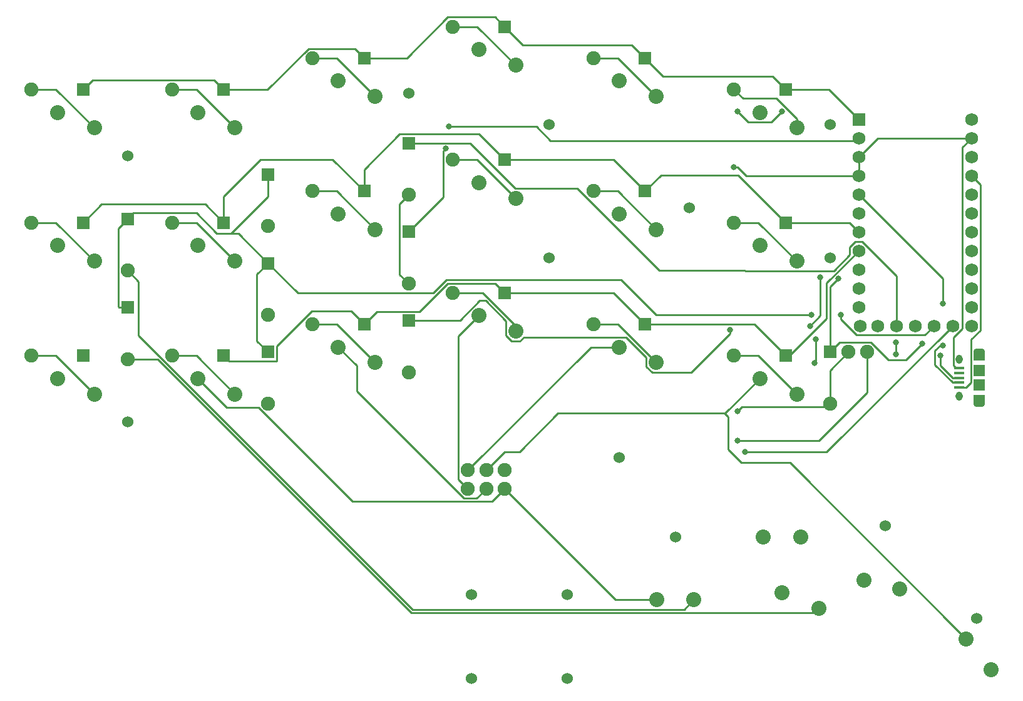
<source format=gbr>
%TF.GenerationSoftware,KiCad,Pcbnew,(6.0.4)*%
%TF.CreationDate,2023-12-03T23:36:56-08:00*%
%TF.ProjectId,left,6c656674-2e6b-4696-9361-645f70636258,v1.0.0*%
%TF.SameCoordinates,Original*%
%TF.FileFunction,Copper,L1,Top*%
%TF.FilePolarity,Positive*%
%FSLAX46Y46*%
G04 Gerber Fmt 4.6, Leading zero omitted, Abs format (unit mm)*
G04 Created by KiCad (PCBNEW (6.0.4)) date 2023-12-03 23:36:56*
%MOMM*%
%LPD*%
G01*
G04 APERTURE LIST*
%TA.AperFunction,SMDPad,CuDef*%
%ADD10R,1.350000X0.400000*%
%TD*%
%TA.AperFunction,SMDPad,CuDef*%
%ADD11R,1.550000X1.200000*%
%TD*%
%TA.AperFunction,ComponentPad*%
%ADD12O,0.950000X1.250000*%
%TD*%
%TA.AperFunction,SMDPad,CuDef*%
%ADD13R,1.550000X1.500000*%
%TD*%
%TA.AperFunction,ComponentPad*%
%ADD14O,1.550000X0.890000*%
%TD*%
%TA.AperFunction,ComponentPad*%
%ADD15C,2.032000*%
%TD*%
%TA.AperFunction,ComponentPad*%
%ADD16C,1.905000*%
%TD*%
%TA.AperFunction,ComponentPad*%
%ADD17R,1.778000X1.778000*%
%TD*%
%TA.AperFunction,ComponentPad*%
%ADD18R,1.752600X1.752600*%
%TD*%
%TA.AperFunction,ComponentPad*%
%ADD19C,1.752600*%
%TD*%
%TA.AperFunction,ComponentPad*%
%ADD20C,1.524000*%
%TD*%
%TA.AperFunction,ViaPad*%
%ADD21C,0.800000*%
%TD*%
%TA.AperFunction,Conductor*%
%ADD22C,0.250000*%
%TD*%
G04 APERTURE END LIST*
D10*
%TO.P,,1*%
%TO.N,VCC*%
X272000000Y-145300000D03*
%TO.P,,2*%
%TO.N,D1*%
X272000000Y-144650000D03*
%TO.P,,3*%
%TO.N,D0*%
X272000000Y-144000000D03*
%TO.P,,4*%
%TO.N,N/C*%
X272000000Y-143350000D03*
%TO.P,,5*%
%TO.N,GND*%
X272000000Y-142700000D03*
D11*
%TO.P,,6*%
%TO.N,N/C*%
X274700000Y-146900000D03*
D12*
X272000000Y-141500000D03*
D13*
X274700000Y-143000000D03*
D14*
X274700000Y-140500000D03*
D11*
X274700000Y-141100000D03*
D12*
X272000000Y-146500000D03*
D13*
X274700000Y-145000000D03*
D14*
X274700000Y-147500000D03*
%TD*%
D15*
%TO.P,M2,1*%
%TO.N,mr_diode*%
X259074261Y-171395195D03*
%TO.P,M2,2*%
%TO.N,E6*%
X263925739Y-172604805D03*
%TD*%
%TO.P,S1,1*%
%TO.N,outer_bottom*%
X155000000Y-146200000D03*
%TO.P,S1,2*%
%TO.N,C7*%
X150000000Y-144100000D03*
%TD*%
%TO.P,S2,1*%
%TO.N,outer_home*%
X155000000Y-128200000D03*
%TO.P,S2,2*%
%TO.N,C7*%
X150000000Y-126100000D03*
%TD*%
%TO.P,S3,1*%
%TO.N,outer_top*%
X155000000Y-110200000D03*
%TO.P,S3,2*%
%TO.N,C7*%
X150000000Y-108100000D03*
%TD*%
%TO.P,S4,1*%
%TO.N,pinky_bottom*%
X174000000Y-146200000D03*
%TO.P,S4,2*%
%TO.N,B7*%
X169000000Y-144100000D03*
%TD*%
%TO.P,S5,1*%
%TO.N,pinky_home*%
X174000000Y-128200000D03*
%TO.P,S5,2*%
%TO.N,B7*%
X169000000Y-126100000D03*
%TD*%
%TO.P,S6,1*%
%TO.N,pinky_top*%
X174000000Y-110200000D03*
%TO.P,S6,2*%
%TO.N,B7*%
X169000000Y-108100000D03*
%TD*%
%TO.P,S7,1*%
%TO.N,ring_bottom*%
X193000000Y-141950000D03*
%TO.P,S7,2*%
%TO.N,B5*%
X188000000Y-139850000D03*
%TD*%
%TO.P,S8,1*%
%TO.N,ring_home*%
X193000000Y-123950000D03*
%TO.P,S8,2*%
%TO.N,B5*%
X188000000Y-121850000D03*
%TD*%
%TO.P,S9,1*%
%TO.N,ring_top*%
X193000000Y-105950000D03*
%TO.P,S9,2*%
%TO.N,B5*%
X188000000Y-103850000D03*
%TD*%
%TO.P,S10,1*%
%TO.N,middle_bottom*%
X212000000Y-137700000D03*
%TO.P,S10,2*%
%TO.N,B4*%
X207000000Y-135600000D03*
%TD*%
%TO.P,S11,1*%
%TO.N,middle_home*%
X212000000Y-119700000D03*
%TO.P,S11,2*%
%TO.N,B4*%
X207000000Y-117600000D03*
%TD*%
%TO.P,S12,1*%
%TO.N,middle_top*%
X212000000Y-101700000D03*
%TO.P,S12,2*%
%TO.N,B4*%
X207000000Y-99600000D03*
%TD*%
%TO.P,S13,1*%
%TO.N,index_bottom*%
X231000000Y-141950000D03*
%TO.P,S13,2*%
%TO.N,E6*%
X226000000Y-139850000D03*
%TD*%
%TO.P,S14,1*%
%TO.N,index_home*%
X231000000Y-123950000D03*
%TO.P,S14,2*%
%TO.N,E6*%
X226000000Y-121850000D03*
%TD*%
%TO.P,S15,1*%
%TO.N,index_top*%
X231000000Y-105950000D03*
%TO.P,S15,2*%
%TO.N,E6*%
X226000000Y-103850000D03*
%TD*%
%TO.P,S16,1*%
%TO.N,inner_bottom*%
X250000000Y-146200000D03*
%TO.P,S16,2*%
%TO.N,D7*%
X245000000Y-144100000D03*
%TD*%
%TO.P,S17,1*%
%TO.N,inner_home*%
X250000000Y-128200000D03*
%TO.P,S17,2*%
%TO.N,D7*%
X245000000Y-126100000D03*
%TD*%
%TO.P,S18,1*%
%TO.N,inner_top*%
X250000000Y-110200000D03*
%TO.P,S18,2*%
%TO.N,D7*%
X245000000Y-108100000D03*
%TD*%
%TO.P,S19,1*%
%TO.N,inner_thumb*%
X253000000Y-175200000D03*
%TO.P,S19,2*%
%TO.N,B5*%
X248000000Y-173100000D03*
%TD*%
%TO.P,S20,1*%
%TO.N,far_thumb*%
X276311976Y-183505609D03*
%TO.P,S20,2*%
%TO.N,D7*%
X272883128Y-179304061D03*
%TD*%
D16*
%TO.P,D1,1*%
%TO.N,outer_bottom*%
X146500000Y-141000000D03*
D17*
%TO.P,D1,2*%
%TO.N,C6*%
X153500000Y-141000000D03*
%TD*%
D16*
%TO.P,D2,1*%
%TO.N,outer_home*%
X146500000Y-123000000D03*
D17*
%TO.P,D2,2*%
%TO.N,D4*%
X153500000Y-123000000D03*
%TD*%
D16*
%TO.P,D3,1*%
%TO.N,outer_top*%
X146500000Y-105000000D03*
D17*
%TO.P,D3,2*%
%TO.N,D3*%
X153500000Y-105000000D03*
%TD*%
D16*
%TO.P,D4,1*%
%TO.N,pinky_bottom*%
X165500000Y-141000000D03*
D17*
%TO.P,D4,2*%
%TO.N,C6*%
X172500000Y-141000000D03*
%TD*%
D16*
%TO.P,D5,1*%
%TO.N,pinky_home*%
X165500000Y-123000000D03*
D17*
%TO.P,D5,2*%
%TO.N,D4*%
X172500000Y-123000000D03*
%TD*%
D16*
%TO.P,D6,1*%
%TO.N,pinky_top*%
X165500000Y-105000000D03*
D17*
%TO.P,D6,2*%
%TO.N,D3*%
X172500000Y-105000000D03*
%TD*%
D16*
%TO.P,D7,1*%
%TO.N,ring_bottom*%
X184500000Y-136750000D03*
D17*
%TO.P,D7,2*%
%TO.N,C6*%
X191500000Y-136750000D03*
%TD*%
D16*
%TO.P,D8,1*%
%TO.N,ring_home*%
X184500000Y-118750000D03*
D17*
%TO.P,D8,2*%
%TO.N,D4*%
X191500000Y-118750000D03*
%TD*%
D16*
%TO.P,D9,1*%
%TO.N,ring_top*%
X184500000Y-100750000D03*
D17*
%TO.P,D9,2*%
%TO.N,D3*%
X191500000Y-100750000D03*
%TD*%
D16*
%TO.P,D10,1*%
%TO.N,middle_bottom*%
X203500000Y-132500000D03*
D17*
%TO.P,D10,2*%
%TO.N,C6*%
X210500000Y-132500000D03*
%TD*%
D16*
%TO.P,D11,1*%
%TO.N,middle_home*%
X203500000Y-114500000D03*
D17*
%TO.P,D11,2*%
%TO.N,D4*%
X210500000Y-114500000D03*
%TD*%
D16*
%TO.P,D12,1*%
%TO.N,middle_top*%
X203500000Y-96500000D03*
D17*
%TO.P,D12,2*%
%TO.N,D3*%
X210500000Y-96500000D03*
%TD*%
D16*
%TO.P,D13,1*%
%TO.N,index_bottom*%
X222500000Y-136750000D03*
D17*
%TO.P,D13,2*%
%TO.N,C6*%
X229500000Y-136750000D03*
%TD*%
D16*
%TO.P,D14,1*%
%TO.N,index_home*%
X222500000Y-118750000D03*
D17*
%TO.P,D14,2*%
%TO.N,D4*%
X229500000Y-118750000D03*
%TD*%
D16*
%TO.P,D15,1*%
%TO.N,index_top*%
X222500000Y-100750000D03*
D17*
%TO.P,D15,2*%
%TO.N,D3*%
X229500000Y-100750000D03*
%TD*%
D16*
%TO.P,D16,1*%
%TO.N,inner_bottom*%
X241500000Y-141000000D03*
D17*
%TO.P,D16,2*%
%TO.N,C6*%
X248500000Y-141000000D03*
%TD*%
D16*
%TO.P,D17,1*%
%TO.N,inner_home*%
X241500000Y-123000000D03*
D17*
%TO.P,D17,2*%
%TO.N,D4*%
X248500000Y-123000000D03*
%TD*%
D16*
%TO.P,D18,1*%
%TO.N,inner_top*%
X241500000Y-105000000D03*
D17*
%TO.P,D18,2*%
%TO.N,D3*%
X248500000Y-105000000D03*
%TD*%
D18*
%TO.P,,1*%
%TO.N,D3*%
X258380000Y-109030000D03*
D19*
%TO.P,,2*%
%TO.N,D2*%
X258380000Y-111570000D03*
%TO.P,,3*%
%TO.N,GND*%
X258380000Y-114110000D03*
%TO.P,,4*%
X258380000Y-116650000D03*
%TO.P,,5*%
%TO.N,D1*%
X258380000Y-119190000D03*
%TO.P,,6*%
%TO.N,D0*%
X258380000Y-121730000D03*
%TO.P,,7*%
%TO.N,D4*%
X258380000Y-124270000D03*
%TO.P,,8*%
%TO.N,C6*%
X258380000Y-126810000D03*
%TO.P,,9*%
%TO.N,D7*%
X258380000Y-129350000D03*
%TO.P,,10*%
%TO.N,E6*%
X258380000Y-131890000D03*
%TO.P,,11*%
%TO.N,B4*%
X258380000Y-134430000D03*
%TO.P,,12*%
%TO.N,B5*%
X258608600Y-136970000D03*
%TO.P,,13*%
%TO.N,B6*%
X273620000Y-136970000D03*
%TO.P,,14*%
%TO.N,B2*%
X273620000Y-134430000D03*
%TO.P,,15*%
%TO.N,B3*%
X273620000Y-131890000D03*
%TO.P,,16*%
%TO.N,B1*%
X273620000Y-129350000D03*
%TO.P,,17*%
%TO.N,F7*%
X273620000Y-126810000D03*
%TO.P,,18*%
%TO.N,F6*%
X273620000Y-124270000D03*
%TO.P,,19*%
%TO.N,F5*%
X273620000Y-121730000D03*
%TO.P,,20*%
%TO.N,F4*%
X273620000Y-119190000D03*
%TO.P,,21*%
%TO.N,VCC*%
X273620000Y-116650000D03*
%TO.P,,22*%
%TO.N,RST*%
X273620000Y-114110000D03*
%TO.P,,23*%
%TO.N,GND*%
X273620000Y-111570000D03*
%TO.P,,24*%
%TO.N,B0*%
X273620000Y-109030000D03*
%TO.P,,25*%
%TO.N,B7*%
X260920000Y-136970000D03*
%TO.P,,26*%
%TO.N,D5*%
X263460000Y-136970000D03*
%TO.P,,27*%
%TO.N,C7*%
X266000000Y-136970000D03*
%TO.P,,28*%
%TO.N,F1*%
X268540000Y-136970000D03*
%TO.P,,29*%
%TO.N,F0*%
X271080000Y-136970000D03*
%TD*%
D15*
%TO.P,M1,1*%
%TO.N,B7*%
X231100000Y-174000000D03*
%TO.P,M1,2*%
%TO.N,ml_diode*%
X236100000Y-174000000D03*
%TD*%
%TO.P,M3,1*%
%TO.N,B4*%
X245500000Y-165500000D03*
%TO.P,M3,2*%
%TO.N,mm_diode*%
X250500000Y-165500000D03*
%TD*%
D20*
%TO.P,,1*%
%TO.N,N/C*%
X262000000Y-164000000D03*
%TD*%
%TO.P,,1*%
%TO.N,N/C*%
X233600000Y-165500000D03*
%TD*%
D16*
%TO.P,D21,1*%
%TO.N,ml_diode*%
X159500000Y-129500000D03*
D17*
%TO.P,D21,2*%
%TO.N,F1*%
X159500000Y-122500000D03*
%TD*%
D16*
%TO.P,D22,1*%
%TO.N,inner_thumb*%
X159500000Y-141500000D03*
D17*
%TO.P,D22,2*%
%TO.N,F1*%
X159500000Y-134500000D03*
%TD*%
D16*
%TO.P,D23,1*%
%TO.N,mr_diode*%
X178500000Y-123500000D03*
D17*
%TO.P,D23,2*%
%TO.N,F1*%
X178500000Y-116500000D03*
%TD*%
D16*
%TO.P,D24,1*%
%TO.N,mm_diode*%
X178500000Y-135500000D03*
D17*
%TO.P,D24,2*%
%TO.N,F1*%
X178500000Y-128500000D03*
%TD*%
D16*
%TO.P,D25,1*%
%TO.N,far_thumb*%
X178500000Y-147500000D03*
D17*
%TO.P,D25,2*%
%TO.N,F1*%
X178500000Y-140500000D03*
%TD*%
D16*
%TO.P,D26,1*%
%TO.N,trackpoint_reset*%
X197500000Y-143250000D03*
D17*
%TO.P,D26,2*%
%TO.N,GND*%
X197500000Y-136250000D03*
%TD*%
D16*
%TO.P,D27,1*%
%TO.N,VCC*%
X197500000Y-131250000D03*
D17*
%TO.P,D27,2*%
%TO.N,D2*%
X197500000Y-124250000D03*
%TD*%
D16*
%TO.P,D28,1*%
%TO.N,VCC*%
X197500000Y-119250000D03*
D17*
%TO.P,D28,2*%
%TO.N,D5*%
X197500000Y-112250000D03*
%TD*%
D16*
%TO.P,D29,0*%
%TO.N,B4*%
X205500000Y-159000000D03*
%TO.P,D29,1*%
%TO.N,B5*%
X208000000Y-159000000D03*
%TO.P,D29,2*%
%TO.N,B7*%
X210500000Y-159000000D03*
%TO.P,D29,3*%
%TO.N,E6*%
X205500000Y-156500000D03*
%TO.P,D29,4*%
%TO.N,D7*%
X208000000Y-156500000D03*
%TO.P,D29,5*%
%TO.N,F0*%
X210500000Y-156500000D03*
%TD*%
D20*
%TO.P,,1*%
%TO.N,N/C*%
X219000000Y-173300000D03*
%TD*%
%TO.P,,1*%
%TO.N,N/C*%
X219000000Y-184700000D03*
%TD*%
%TO.P,,1*%
%TO.N,N/C*%
X206000000Y-173300000D03*
%TD*%
%TO.P,,1*%
%TO.N,N/C*%
X206000000Y-184700000D03*
%TD*%
%TO.P,,1*%
%TO.N,N/C*%
X235500000Y-121000000D03*
%TD*%
%TO.P,,1*%
%TO.N,N/C*%
X159500000Y-114000000D03*
%TD*%
%TO.P,,1*%
%TO.N,N/C*%
X159500000Y-150000000D03*
%TD*%
%TO.P,,1*%
%TO.N,N/C*%
X197500000Y-105500000D03*
%TD*%
%TO.P,,1*%
%TO.N,N/C*%
X274338490Y-176566923D03*
%TD*%
%TO.P,,1*%
%TO.N,N/C*%
X216500000Y-109750000D03*
%TD*%
%TO.P,,1*%
%TO.N,N/C*%
X216500000Y-127750000D03*
%TD*%
%TO.P,,1*%
%TO.N,N/C*%
X254500000Y-127750000D03*
%TD*%
%TO.P,,1*%
%TO.N,N/C*%
X254500000Y-109750000D03*
%TD*%
%TO.P,,1*%
%TO.N,N/C*%
X226000000Y-154750000D03*
%TD*%
D16*
%TO.P,D30,1*%
%TO.N,VCC*%
X254500000Y-147500000D03*
D17*
%TO.P,D30,2*%
%TO.N,D0*%
X254500000Y-140500000D03*
%TD*%
D16*
%TO.P,,1*%
%TO.N,VCC*%
X257000000Y-140500000D03*
%TD*%
%TO.P,,1*%
%TO.N,trackpoint_reset*%
X259500000Y-140500000D03*
%TD*%
D21*
%TO.N,D2*%
X253200000Y-130400000D03*
X251800000Y-137000000D03*
X252600000Y-138800000D03*
X252400000Y-142000000D03*
%TO.N,D5*%
X263400000Y-140800000D03*
X263400000Y-139200000D03*
%TO.N,D1*%
X269800000Y-139600000D03*
X269800000Y-134000000D03*
%TO.N,D0*%
X267000000Y-139400000D03*
X269400000Y-141000000D03*
%TO.N,trackpoint_reset*%
X242000000Y-152500000D03*
%TO.N,GND*%
X241500000Y-115500000D03*
X241000000Y-137500000D03*
%TO.N,VCC*%
X242000000Y-148500000D03*
%TO.N,F1*%
X256000000Y-135500000D03*
X252000000Y-135500000D03*
%TO.N,F0*%
X243000000Y-154000000D03*
%TO.N,D0*%
X255607299Y-130607299D03*
%TO.N,D2*%
X203000000Y-110000000D03*
X202500000Y-113000000D03*
%TO.N,E6*%
X248000000Y-108000000D03*
X242000000Y-108000000D03*
%TD*%
D22*
%TO.N,D2*%
X253200000Y-135600000D02*
X253200000Y-130400000D01*
X251800000Y-137000000D02*
X253200000Y-135600000D01*
X252600000Y-141800000D02*
X252600000Y-138800000D01*
X252400000Y-142000000D02*
X252600000Y-141800000D01*
%TO.N,VCC*%
X257000000Y-140500000D02*
X254500000Y-143000000D01*
X254500000Y-143000000D02*
X254500000Y-147500000D01*
%TO.N,D0*%
X255777011Y-139222989D02*
X254500000Y-140500000D01*
X260028956Y-139222989D02*
X255777011Y-139222989D01*
X262405967Y-141600000D02*
X260028956Y-139222989D01*
X264800000Y-141600000D02*
X262405967Y-141600000D01*
X267000000Y-139400000D02*
X264800000Y-141600000D01*
%TO.N,D5*%
X263400000Y-140800000D02*
X263400000Y-139200000D01*
%TO.N,D1*%
X269800000Y-130610000D02*
X258380000Y-119190000D01*
X269800000Y-134000000D02*
X269800000Y-130610000D01*
X269400000Y-139600000D02*
X268675489Y-140324511D01*
X269800000Y-139600000D02*
X269400000Y-139600000D01*
X268675489Y-142250489D02*
X268675489Y-140324511D01*
X271075000Y-144650000D02*
X268675489Y-142250489D01*
X272000000Y-144650000D02*
X271075000Y-144650000D01*
%TO.N,D0*%
X269400000Y-142325000D02*
X269400000Y-141000000D01*
X271075000Y-144000000D02*
X269400000Y-142325000D01*
X272000000Y-144000000D02*
X271075000Y-144000000D01*
%TO.N,VCC*%
X274820811Y-117850811D02*
X273620000Y-116650000D01*
X273600489Y-138799511D02*
X274820811Y-137579189D01*
X274820811Y-137579189D02*
X274820811Y-117850811D01*
X273600489Y-144624511D02*
X273600489Y-138799511D01*
X272925000Y-145300000D02*
X273600489Y-144624511D01*
X272000000Y-145300000D02*
X272925000Y-145300000D01*
%TO.N,GND*%
X272419189Y-112770811D02*
X273620000Y-111570000D01*
X272419189Y-137329015D02*
X272419189Y-112770811D01*
X271200480Y-142375480D02*
X271200480Y-138547724D01*
X271200480Y-138547724D02*
X272419189Y-137329015D01*
X271525000Y-142700000D02*
X271200480Y-142375480D01*
X272000000Y-142700000D02*
X271525000Y-142700000D01*
%TO.N,trackpoint_reset*%
X259500000Y-146000000D02*
X259500000Y-140500000D01*
X253000000Y-152500000D02*
X259500000Y-146000000D01*
X242000000Y-152500000D02*
X253000000Y-152500000D01*
%TO.N,GND*%
X243150000Y-116650000D02*
X242000000Y-115500000D01*
X258380000Y-116650000D02*
X243150000Y-116650000D01*
X242000000Y-115500000D02*
X241500000Y-115500000D01*
X241000000Y-138000000D02*
X241000000Y-137500000D01*
X235709489Y-143290511D02*
X241000000Y-138000000D01*
X230444741Y-143290511D02*
X235709489Y-143290511D01*
X229659489Y-142505259D02*
X230444741Y-143290511D01*
X229659489Y-141245207D02*
X229659489Y-142505259D01*
X226914282Y-138500000D02*
X229659489Y-141245207D01*
X211444741Y-139040511D02*
X212555259Y-139040511D01*
X210659489Y-136295207D02*
X210659489Y-138255259D01*
X207932141Y-133567859D02*
X210659489Y-136295207D01*
X207136371Y-133567859D02*
X207932141Y-133567859D01*
X213095770Y-138500000D02*
X226914282Y-138500000D01*
X210659489Y-138255259D02*
X211444741Y-139040511D01*
X204454230Y-136250000D02*
X207136371Y-133567859D01*
X212555259Y-139040511D02*
X213095770Y-138500000D01*
X197500000Y-136250000D02*
X204454230Y-136250000D01*
%TO.N,middle_bottom*%
X212000000Y-137000000D02*
X212000000Y-137700000D01*
X207500000Y-132500000D02*
X212000000Y-137000000D01*
X203500000Y-132500000D02*
X207500000Y-132500000D01*
%TO.N,VCC*%
X242589021Y-147910979D02*
X242000000Y-148500000D01*
X254089021Y-147910979D02*
X242589021Y-147910979D01*
X254500000Y-147500000D02*
X254089021Y-147910979D01*
%TO.N,F1*%
X267339189Y-138170811D02*
X268540000Y-136970000D01*
X258111207Y-138170811D02*
X267339189Y-138170811D01*
X256000000Y-136059604D02*
X258111207Y-138170811D01*
X256000000Y-135500000D02*
X256000000Y-136059604D01*
X226273469Y-130773469D02*
X231000000Y-135500000D01*
X202590814Y-130773469D02*
X226273469Y-130773469D01*
X231000000Y-135500000D02*
X252000000Y-135500000D01*
X200837271Y-132527011D02*
X202590814Y-130773469D01*
X178500000Y-128500000D02*
X182527011Y-132527011D01*
X182527011Y-132527011D02*
X200837271Y-132527011D01*
%TO.N,C6*%
X254050480Y-131139520D02*
X258380000Y-126810000D01*
X254050480Y-135949520D02*
X254050480Y-131139520D01*
X249000000Y-141000000D02*
X254050480Y-135949520D01*
X248500000Y-141000000D02*
X249000000Y-141000000D01*
%TO.N,F0*%
X254050000Y-154000000D02*
X271080000Y-136970000D01*
X243000000Y-154000000D02*
X254050000Y-154000000D01*
%TO.N,D7*%
X242500000Y-155500000D02*
X240725421Y-153725421D01*
X240725421Y-153725421D02*
X240725421Y-149274579D01*
X272883128Y-179304061D02*
X249079067Y-155500000D01*
X249079067Y-155500000D02*
X242500000Y-155500000D01*
X240725421Y-149274579D02*
X240225421Y-148774579D01*
%TO.N,D0*%
X255607299Y-130607299D02*
X254500000Y-131714598D01*
X254500000Y-131714598D02*
X254500000Y-140500000D01*
%TO.N,D5*%
X263460000Y-130191796D02*
X263460000Y-136970000D01*
X258877393Y-125609189D02*
X263460000Y-130191796D01*
X257882607Y-125609189D02*
X258877393Y-125609189D01*
X257179189Y-126312607D02*
X257882607Y-125609189D01*
X257179189Y-127375093D02*
X257179189Y-126312607D01*
X255013771Y-129540511D02*
X257179189Y-127375093D01*
X243000000Y-129500000D02*
X243040511Y-129540511D01*
X231444033Y-129500000D02*
X243000000Y-129500000D01*
X211932467Y-118359489D02*
X220303522Y-118359489D01*
X220303522Y-118359489D02*
X231444033Y-129500000D01*
X205822978Y-112250000D02*
X211932467Y-118359489D01*
X197500000Y-112250000D02*
X205822978Y-112250000D01*
X243040511Y-129540511D02*
X255013771Y-129540511D01*
%TO.N,D2*%
X202222989Y-119527011D02*
X197500000Y-124250000D01*
X202500000Y-113000000D02*
X202222989Y-113277011D01*
X202222989Y-113277011D02*
X202222989Y-119527011D01*
%TO.N,D7*%
X240225421Y-148774579D02*
X240325421Y-148774579D01*
X217725421Y-148774579D02*
X240225421Y-148774579D01*
%TO.N,D2*%
X258039021Y-111910979D02*
X258380000Y-111570000D01*
X216688827Y-111910979D02*
X258039021Y-111910979D01*
X214777848Y-110000000D02*
X216688827Y-111910979D01*
X203000000Y-110000000D02*
X214777848Y-110000000D01*
%TO.N,VCC*%
X196286489Y-130036489D02*
X197500000Y-131250000D01*
X196286489Y-120463511D02*
X196286489Y-130036489D01*
X197500000Y-119250000D02*
X196286489Y-120463511D01*
%TO.N,C6*%
X244250000Y-136750000D02*
X248500000Y-141000000D01*
X229500000Y-136750000D02*
X244250000Y-136750000D01*
X210500000Y-132500000D02*
X225250000Y-132500000D01*
X225250000Y-132500000D02*
X229500000Y-136750000D01*
X209222989Y-131222989D02*
X210500000Y-132500000D01*
X198963511Y-135036489D02*
X202777011Y-131222989D01*
X193213511Y-135036489D02*
X198963511Y-135036489D01*
X202777011Y-131222989D02*
X209222989Y-131222989D01*
X191500000Y-136750000D02*
X193213511Y-135036489D01*
X184444033Y-135000000D02*
X189750000Y-135000000D01*
X179713511Y-139730522D02*
X184444033Y-135000000D01*
X189750000Y-135000000D02*
X191500000Y-136750000D01*
X179713511Y-141713511D02*
X179713511Y-139730522D01*
X173213511Y-141713511D02*
X179713511Y-141713511D01*
X172500000Y-141000000D02*
X173213511Y-141713511D01*
%TO.N,inner_thumb*%
X252409969Y-175790031D02*
X253000000Y-175200000D01*
X197848346Y-175790031D02*
X252409969Y-175790031D01*
X159500000Y-141500000D02*
X163558315Y-141500000D01*
X163558315Y-141500000D02*
X197848346Y-175790031D01*
%TO.N,ml_diode*%
X161000000Y-131000000D02*
X159500000Y-129500000D01*
X161000000Y-138305967D02*
X161000000Y-131000000D01*
X234759489Y-175340511D02*
X198034544Y-175340511D01*
X198034544Y-175340511D02*
X161000000Y-138305967D01*
X236100000Y-174000000D02*
X234759489Y-175340511D01*
%TO.N,B7*%
X231100000Y-174000000D02*
X225500000Y-174000000D01*
X225500000Y-174000000D02*
X210500000Y-159000000D01*
X177194033Y-148000000D02*
X172900000Y-148000000D01*
X189920564Y-160726531D02*
X177194033Y-148000000D01*
X208773469Y-160726531D02*
X189920564Y-160726531D01*
X172900000Y-148000000D02*
X169000000Y-144100000D01*
%TO.N,B5*%
X190500000Y-142350000D02*
X188000000Y-139850000D01*
X204971044Y-160277011D02*
X190500000Y-145805967D01*
X206722989Y-160277011D02*
X204971044Y-160277011D01*
X190500000Y-145805967D02*
X190500000Y-142350000D01*
X208000000Y-159000000D02*
X206722989Y-160277011D01*
%TO.N,B4*%
X204222989Y-138377011D02*
X207000000Y-135600000D01*
X205500000Y-159000000D02*
X204222989Y-157722989D01*
X204222989Y-157722989D02*
X204222989Y-138377011D01*
%TO.N,E6*%
X222150000Y-139850000D02*
X226000000Y-139850000D01*
X205500000Y-156500000D02*
X222150000Y-139850000D01*
%TO.N,D7*%
X240325421Y-148774579D02*
X245000000Y-144100000D01*
X212500000Y-154000000D02*
X217725421Y-148774579D01*
X210500000Y-154000000D02*
X212500000Y-154000000D01*
X208000000Y-156500000D02*
X210500000Y-154000000D01*
%TO.N,F1*%
X177000000Y-139000000D02*
X177000000Y-130000000D01*
X177000000Y-130000000D02*
X178500000Y-128500000D01*
X178500000Y-140500000D02*
X177000000Y-139000000D01*
X174500000Y-124500000D02*
X173500000Y-124500000D01*
X178500000Y-128500000D02*
X174500000Y-124500000D01*
X178500000Y-119500000D02*
X178500000Y-116500000D01*
X168795967Y-121722989D02*
X171572978Y-124500000D01*
X173500000Y-124500000D02*
X178500000Y-119500000D01*
X160277011Y-121722989D02*
X168795967Y-121722989D01*
X171572978Y-124500000D02*
X173500000Y-124500000D01*
X159500000Y-122500000D02*
X160277011Y-121722989D01*
%TO.N,D4*%
X156000000Y-120500000D02*
X170000000Y-120500000D01*
X153500000Y-123000000D02*
X156000000Y-120500000D01*
X170000000Y-120500000D02*
X172500000Y-123000000D01*
%TO.N,F1*%
X158222989Y-123777011D02*
X159500000Y-122500000D01*
X158222989Y-134361989D02*
X158222989Y-123777011D01*
X159500000Y-134500000D02*
X158361000Y-134500000D01*
X158361000Y-134500000D02*
X158222989Y-134361989D01*
%TO.N,E6*%
X225850000Y-140000000D02*
X226000000Y-139850000D01*
%TO.N,B7*%
X210500000Y-159000000D02*
X208773469Y-160726531D01*
%TO.N,GND*%
X258380000Y-114110000D02*
X258380000Y-116650000D01*
X260920000Y-111570000D02*
X258380000Y-114110000D01*
X273620000Y-111570000D02*
X260920000Y-111570000D01*
%TO.N,inner_bottom*%
X244800000Y-141000000D02*
X250000000Y-146200000D01*
X241500000Y-141000000D02*
X244800000Y-141000000D01*
%TO.N,index_bottom*%
X225800000Y-136750000D02*
X231000000Y-141950000D01*
X222500000Y-136750000D02*
X225800000Y-136750000D01*
%TO.N,ring_bottom*%
X187800000Y-136750000D02*
X193000000Y-141950000D01*
X184500000Y-136750000D02*
X187800000Y-136750000D01*
%TO.N,pinky_bottom*%
X165500000Y-141000000D02*
X168800000Y-141000000D01*
X168800000Y-141000000D02*
X174000000Y-146200000D01*
%TO.N,outer_bottom*%
X149800000Y-141000000D02*
X155000000Y-146200000D01*
X146500000Y-141000000D02*
X149800000Y-141000000D01*
%TO.N,D4*%
X257110000Y-123000000D02*
X258380000Y-124270000D01*
X248500000Y-123000000D02*
X257110000Y-123000000D01*
X242105479Y-116605479D02*
X248500000Y-123000000D01*
X231644521Y-116605479D02*
X242105479Y-116605479D01*
X229500000Y-118750000D02*
X231644521Y-116605479D01*
X225250000Y-114500000D02*
X229500000Y-118750000D01*
X210500000Y-114500000D02*
X225250000Y-114500000D01*
X207036489Y-111036489D02*
X210500000Y-114500000D01*
X196286489Y-111036489D02*
X207036489Y-111036489D01*
X191500000Y-118750000D02*
X191500000Y-115822978D01*
X191500000Y-115822978D02*
X196286489Y-111036489D01*
X187250000Y-114500000D02*
X191500000Y-118750000D01*
X172500000Y-119500000D02*
X177500000Y-114500000D01*
X172500000Y-123000000D02*
X172500000Y-119500000D01*
X177500000Y-114500000D02*
X187250000Y-114500000D01*
%TO.N,D3*%
X254350000Y-105000000D02*
X258380000Y-109030000D01*
X248500000Y-105000000D02*
X254350000Y-105000000D01*
X246699520Y-103199520D02*
X248500000Y-105000000D01*
X231949520Y-103199520D02*
X246699520Y-103199520D01*
X229500000Y-100750000D02*
X231949520Y-103199520D01*
X212949520Y-98949520D02*
X227699520Y-98949520D01*
X210500000Y-96500000D02*
X212949520Y-98949520D01*
X227699520Y-98949520D02*
X229500000Y-100750000D01*
X209222989Y-95222989D02*
X210500000Y-96500000D01*
X202777011Y-95222989D02*
X209222989Y-95222989D01*
X197250000Y-100750000D02*
X202777011Y-95222989D01*
X191500000Y-100750000D02*
X197250000Y-100750000D01*
X190222989Y-99472989D02*
X191500000Y-100750000D01*
X178444033Y-105000000D02*
X183971044Y-99472989D01*
X172500000Y-105000000D02*
X178444033Y-105000000D01*
X183971044Y-99472989D02*
X190222989Y-99472989D01*
X171222989Y-103722989D02*
X172500000Y-105000000D01*
X154777011Y-103722989D02*
X171222989Y-103722989D01*
X153500000Y-105000000D02*
X154777011Y-103722989D01*
%TO.N,outer_home*%
X149800000Y-123000000D02*
X155000000Y-128200000D01*
X146500000Y-123000000D02*
X149800000Y-123000000D01*
%TO.N,pinky_home*%
X168800000Y-123000000D02*
X174000000Y-128200000D01*
X165500000Y-123000000D02*
X168800000Y-123000000D01*
%TO.N,ring_home*%
X187800000Y-118750000D02*
X193000000Y-123950000D01*
X184500000Y-118750000D02*
X187800000Y-118750000D01*
%TO.N,middle_home*%
X206800000Y-114500000D02*
X212000000Y-119700000D01*
X203500000Y-114500000D02*
X206800000Y-114500000D01*
%TO.N,index_home*%
X225800000Y-118750000D02*
X231000000Y-123950000D01*
X222500000Y-118750000D02*
X225800000Y-118750000D01*
%TO.N,inner_home*%
X244800000Y-123000000D02*
X250000000Y-128200000D01*
X241500000Y-123000000D02*
X244800000Y-123000000D01*
%TO.N,inner_top*%
X250000000Y-108975386D02*
X250000000Y-110200000D01*
X247238125Y-106213511D02*
X250000000Y-108975386D01*
X242713511Y-106213511D02*
X247238125Y-106213511D01*
X241500000Y-105000000D02*
X242713511Y-106213511D01*
%TO.N,index_top*%
X225800000Y-100750000D02*
X231000000Y-105950000D01*
X222500000Y-100750000D02*
X225800000Y-100750000D01*
%TO.N,middle_top*%
X206800000Y-96500000D02*
X212000000Y-101700000D01*
X203500000Y-96500000D02*
X206800000Y-96500000D01*
%TO.N,ring_top*%
X187800000Y-100750000D02*
X193000000Y-105950000D01*
X184500000Y-100750000D02*
X187800000Y-100750000D01*
%TO.N,pinky_top*%
X168800000Y-105000000D02*
X174000000Y-110200000D01*
X165500000Y-105000000D02*
X168800000Y-105000000D01*
%TO.N,outer_top*%
X149800000Y-105000000D02*
X155000000Y-110200000D01*
X146500000Y-105000000D02*
X149800000Y-105000000D01*
%TO.N,E6*%
X246559489Y-109440511D02*
X248000000Y-108000000D01*
X243440511Y-109440511D02*
X246559489Y-109440511D01*
X242000000Y-108000000D02*
X243440511Y-109440511D01*
%TD*%
M02*

</source>
